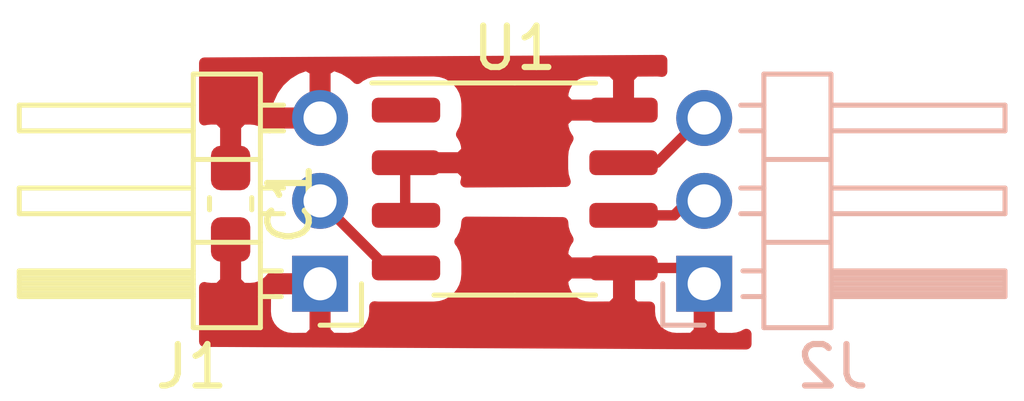
<source format=kicad_pcb>
(kicad_pcb (version 20171130) (host pcbnew "(5.1.8)-1")

  (general
    (thickness 1.6)
    (drawings 0)
    (tracks 16)
    (zones 0)
    (modules 4)
    (nets 7)
  )

  (page A4)
  (layers
    (0 F.Cu signal)
    (31 B.Cu signal)
    (32 B.Adhes user)
    (33 F.Adhes user)
    (34 B.Paste user)
    (35 F.Paste user)
    (36 B.SilkS user)
    (37 F.SilkS user)
    (38 B.Mask user)
    (39 F.Mask user)
    (40 Dwgs.User user)
    (41 Cmts.User user)
    (42 Eco1.User user)
    (43 Eco2.User user)
    (44 Edge.Cuts user)
    (45 Margin user)
    (46 B.CrtYd user)
    (47 F.CrtYd user)
    (48 B.Fab user)
    (49 F.Fab user)
  )

  (setup
    (last_trace_width 0.25)
    (trace_clearance 0.2)
    (zone_clearance 0.508)
    (zone_45_only no)
    (trace_min 0.2)
    (via_size 0.8)
    (via_drill 0.4)
    (via_min_size 0.4)
    (via_min_drill 0.3)
    (uvia_size 0.3)
    (uvia_drill 0.1)
    (uvias_allowed no)
    (uvia_min_size 0.2)
    (uvia_min_drill 0.1)
    (edge_width 0.05)
    (segment_width 0.2)
    (pcb_text_width 0.3)
    (pcb_text_size 1.5 1.5)
    (mod_edge_width 0.12)
    (mod_text_size 1 1)
    (mod_text_width 0.15)
    (pad_size 1.524 1.524)
    (pad_drill 0.762)
    (pad_to_mask_clearance 0)
    (aux_axis_origin 0 0)
    (visible_elements 7FFFFFFF)
    (pcbplotparams
      (layerselection 0x00000_7fffffff)
      (usegerberextensions false)
      (usegerberattributes true)
      (usegerberadvancedattributes true)
      (creategerberjobfile true)
      (excludeedgelayer true)
      (linewidth 0.100000)
      (plotframeref false)
      (viasonmask false)
      (mode 1)
      (useauxorigin false)
      (hpglpennumber 1)
      (hpglpenspeed 20)
      (hpglpendiameter 15.000000)
      (psnegative false)
      (psa4output false)
      (plotreference true)
      (plotvalue true)
      (plotinvisibletext false)
      (padsonsilk false)
      (subtractmaskfromsilk false)
      (outputformat 5)
      (mirror true)
      (drillshape 1)
      (scaleselection 1)
      (outputdirectory ""))
  )

  (net 0 "")
  (net 1 VCC)
  (net 2 GND)
  (net 3 "Net-(J1-Pad2)")
  (net 4 "Net-(J2-Pad3)")
  (net 5 "Net-(J2-Pad2)")
  (net 6 "Net-(U1-Pad1)")

  (net_class Default "This is the default net class."
    (clearance 0.2)
    (trace_width 0.25)
    (via_dia 0.8)
    (via_drill 0.4)
    (uvia_dia 0.3)
    (uvia_drill 0.1)
    (add_net GND)
    (add_net "Net-(J1-Pad2)")
    (add_net "Net-(J2-Pad2)")
    (add_net "Net-(J2-Pad3)")
    (add_net "Net-(U1-Pad1)")
    (add_net VCC)
  )

  (module Capacitor_SMD:C_0603_1608Metric_Pad1.08x0.95mm_HandSolder (layer F.Cu) (tedit 5F68FEEF) (tstamp 62B5F8C1)
    (at 99.187 44.8045 270)
    (descr "Capacitor SMD 0603 (1608 Metric), square (rectangular) end terminal, IPC_7351 nominal with elongated pad for handsoldering. (Body size source: IPC-SM-782 page 76, https://www.pcb-3d.com/wordpress/wp-content/uploads/ipc-sm-782a_amendment_1_and_2.pdf), generated with kicad-footprint-generator")
    (tags "capacitor handsolder")
    (path /62B606E7)
    (attr smd)
    (fp_text reference C1 (at 0 -1.43 90) (layer F.SilkS)
      (effects (font (size 1 1) (thickness 0.15)))
    )
    (fp_text value C (at 0 1.43 90) (layer F.Fab)
      (effects (font (size 1 1) (thickness 0.15)))
    )
    (fp_line (start -0.8 0.4) (end -0.8 -0.4) (layer F.Fab) (width 0.1))
    (fp_line (start -0.8 -0.4) (end 0.8 -0.4) (layer F.Fab) (width 0.1))
    (fp_line (start 0.8 -0.4) (end 0.8 0.4) (layer F.Fab) (width 0.1))
    (fp_line (start 0.8 0.4) (end -0.8 0.4) (layer F.Fab) (width 0.1))
    (fp_line (start -0.146267 -0.51) (end 0.146267 -0.51) (layer F.SilkS) (width 0.12))
    (fp_line (start -0.146267 0.51) (end 0.146267 0.51) (layer F.SilkS) (width 0.12))
    (fp_line (start -1.65 0.73) (end -1.65 -0.73) (layer F.CrtYd) (width 0.05))
    (fp_line (start -1.65 -0.73) (end 1.65 -0.73) (layer F.CrtYd) (width 0.05))
    (fp_line (start 1.65 -0.73) (end 1.65 0.73) (layer F.CrtYd) (width 0.05))
    (fp_line (start 1.65 0.73) (end -1.65 0.73) (layer F.CrtYd) (width 0.05))
    (fp_text user %R (at 0 0 90) (layer F.Fab)
      (effects (font (size 0.4 0.4) (thickness 0.06)))
    )
    (pad 1 smd roundrect (at -0.8625 0 270) (size 1.075 0.95) (layers F.Cu F.Paste F.Mask) (roundrect_rratio 0.25)
      (net 1 VCC))
    (pad 2 smd roundrect (at 0.8625 0 270) (size 1.075 0.95) (layers F.Cu F.Paste F.Mask) (roundrect_rratio 0.25)
      (net 2 GND))
    (model ${KISYS3DMOD}/Capacitor_SMD.3dshapes/C_0603_1608Metric.wrl
      (at (xyz 0 0 0))
      (scale (xyz 1 1 1))
      (rotate (xyz 0 0 0))
    )
  )

  (module Connector_PinHeader_2.00mm:PinHeader_1x03_P2.00mm_Horizontal (layer F.Cu) (tedit 59FED667) (tstamp 62B60877)
    (at 101.346 46.736 180)
    (descr "Through hole angled pin header, 1x03, 2.00mm pitch, 4.2mm pin length, single row")
    (tags "Through hole angled pin header THT 1x03 2.00mm single row")
    (path /62B5D0B6)
    (fp_text reference J1 (at 3.1 -2) (layer F.SilkS)
      (effects (font (size 1 1) (thickness 0.15)))
    )
    (fp_text value Serial_IN (at 3.1 6) (layer F.Fab)
      (effects (font (size 1 1) (thickness 0.15)))
    )
    (fp_line (start 1.875 -1) (end 3 -1) (layer F.Fab) (width 0.1))
    (fp_line (start 3 -1) (end 3 5) (layer F.Fab) (width 0.1))
    (fp_line (start 3 5) (end 1.5 5) (layer F.Fab) (width 0.1))
    (fp_line (start 1.5 5) (end 1.5 -0.625) (layer F.Fab) (width 0.1))
    (fp_line (start 1.5 -0.625) (end 1.875 -1) (layer F.Fab) (width 0.1))
    (fp_line (start -0.25 -0.25) (end 1.5 -0.25) (layer F.Fab) (width 0.1))
    (fp_line (start -0.25 -0.25) (end -0.25 0.25) (layer F.Fab) (width 0.1))
    (fp_line (start -0.25 0.25) (end 1.5 0.25) (layer F.Fab) (width 0.1))
    (fp_line (start 3 -0.25) (end 7.2 -0.25) (layer F.Fab) (width 0.1))
    (fp_line (start 7.2 -0.25) (end 7.2 0.25) (layer F.Fab) (width 0.1))
    (fp_line (start 3 0.25) (end 7.2 0.25) (layer F.Fab) (width 0.1))
    (fp_line (start -0.25 1.75) (end 1.5 1.75) (layer F.Fab) (width 0.1))
    (fp_line (start -0.25 1.75) (end -0.25 2.25) (layer F.Fab) (width 0.1))
    (fp_line (start -0.25 2.25) (end 1.5 2.25) (layer F.Fab) (width 0.1))
    (fp_line (start 3 1.75) (end 7.2 1.75) (layer F.Fab) (width 0.1))
    (fp_line (start 7.2 1.75) (end 7.2 2.25) (layer F.Fab) (width 0.1))
    (fp_line (start 3 2.25) (end 7.2 2.25) (layer F.Fab) (width 0.1))
    (fp_line (start -0.25 3.75) (end 1.5 3.75) (layer F.Fab) (width 0.1))
    (fp_line (start -0.25 3.75) (end -0.25 4.25) (layer F.Fab) (width 0.1))
    (fp_line (start -0.25 4.25) (end 1.5 4.25) (layer F.Fab) (width 0.1))
    (fp_line (start 3 3.75) (end 7.2 3.75) (layer F.Fab) (width 0.1))
    (fp_line (start 7.2 3.75) (end 7.2 4.25) (layer F.Fab) (width 0.1))
    (fp_line (start 3 4.25) (end 7.2 4.25) (layer F.Fab) (width 0.1))
    (fp_line (start 1.44 -1.06) (end 1.44 5.06) (layer F.SilkS) (width 0.12))
    (fp_line (start 1.44 5.06) (end 3.06 5.06) (layer F.SilkS) (width 0.12))
    (fp_line (start 3.06 5.06) (end 3.06 -1.06) (layer F.SilkS) (width 0.12))
    (fp_line (start 3.06 -1.06) (end 1.44 -1.06) (layer F.SilkS) (width 0.12))
    (fp_line (start 3.06 -0.31) (end 7.26 -0.31) (layer F.SilkS) (width 0.12))
    (fp_line (start 7.26 -0.31) (end 7.26 0.31) (layer F.SilkS) (width 0.12))
    (fp_line (start 7.26 0.31) (end 3.06 0.31) (layer F.SilkS) (width 0.12))
    (fp_line (start 3.06 -0.25) (end 7.26 -0.25) (layer F.SilkS) (width 0.12))
    (fp_line (start 3.06 -0.13) (end 7.26 -0.13) (layer F.SilkS) (width 0.12))
    (fp_line (start 3.06 -0.01) (end 7.26 -0.01) (layer F.SilkS) (width 0.12))
    (fp_line (start 3.06 0.11) (end 7.26 0.11) (layer F.SilkS) (width 0.12))
    (fp_line (start 3.06 0.23) (end 7.26 0.23) (layer F.SilkS) (width 0.12))
    (fp_line (start 0.935 -0.31) (end 1.44 -0.31) (layer F.SilkS) (width 0.12))
    (fp_line (start 0.935 0.31) (end 1.44 0.31) (layer F.SilkS) (width 0.12))
    (fp_line (start 1.44 1) (end 3.06 1) (layer F.SilkS) (width 0.12))
    (fp_line (start 3.06 1.69) (end 7.26 1.69) (layer F.SilkS) (width 0.12))
    (fp_line (start 7.26 1.69) (end 7.26 2.31) (layer F.SilkS) (width 0.12))
    (fp_line (start 7.26 2.31) (end 3.06 2.31) (layer F.SilkS) (width 0.12))
    (fp_line (start 0.882114 1.69) (end 1.44 1.69) (layer F.SilkS) (width 0.12))
    (fp_line (start 0.882114 2.31) (end 1.44 2.31) (layer F.SilkS) (width 0.12))
    (fp_line (start 1.44 3) (end 3.06 3) (layer F.SilkS) (width 0.12))
    (fp_line (start 3.06 3.69) (end 7.26 3.69) (layer F.SilkS) (width 0.12))
    (fp_line (start 7.26 3.69) (end 7.26 4.31) (layer F.SilkS) (width 0.12))
    (fp_line (start 7.26 4.31) (end 3.06 4.31) (layer F.SilkS) (width 0.12))
    (fp_line (start 0.882114 3.69) (end 1.44 3.69) (layer F.SilkS) (width 0.12))
    (fp_line (start 0.882114 4.31) (end 1.44 4.31) (layer F.SilkS) (width 0.12))
    (fp_line (start -1 0) (end -1 -1) (layer F.SilkS) (width 0.12))
    (fp_line (start -1 -1) (end 0 -1) (layer F.SilkS) (width 0.12))
    (fp_line (start -1.5 -1.5) (end -1.5 5.5) (layer F.CrtYd) (width 0.05))
    (fp_line (start -1.5 5.5) (end 7.7 5.5) (layer F.CrtYd) (width 0.05))
    (fp_line (start 7.7 5.5) (end 7.7 -1.5) (layer F.CrtYd) (width 0.05))
    (fp_line (start 7.7 -1.5) (end -1.5 -1.5) (layer F.CrtYd) (width 0.05))
    (fp_text user %R (at 2.25 2 90) (layer F.Fab)
      (effects (font (size 0.9 0.9) (thickness 0.135)))
    )
    (pad 1 thru_hole rect (at 0 0 180) (size 1.35 1.35) (drill 0.8) (layers *.Cu *.Mask)
      (net 2 GND))
    (pad 2 thru_hole oval (at 0 2 180) (size 1.35 1.35) (drill 0.8) (layers *.Cu *.Mask)
      (net 3 "Net-(J1-Pad2)"))
    (pad 3 thru_hole oval (at 0 4 180) (size 1.35 1.35) (drill 0.8) (layers *.Cu *.Mask)
      (net 1 VCC))
    (model ${KISYS3DMOD}/Connector_PinHeader_2.00mm.3dshapes/PinHeader_1x03_P2.00mm_Horizontal.wrl
      (at (xyz 0 0 0))
      (scale (xyz 1 1 1))
      (rotate (xyz 0 0 0))
    )
  )

  (module Connector_PinHeader_2.00mm:PinHeader_1x03_P2.00mm_Horizontal (layer B.Cu) (tedit 59FED667) (tstamp 62B6757A)
    (at 110.617 46.736)
    (descr "Through hole angled pin header, 1x03, 2.00mm pitch, 4.2mm pin length, single row")
    (tags "Through hole angled pin header THT 1x03 2.00mm single row")
    (path /62B5D9A5)
    (fp_text reference J2 (at 3.1 2) (layer B.SilkS)
      (effects (font (size 1 1) (thickness 0.15)) (justify mirror))
    )
    (fp_text value DMX_OUT (at 3.1 -6) (layer B.Fab)
      (effects (font (size 1 1) (thickness 0.15)) (justify mirror))
    )
    (fp_line (start 7.7 1.5) (end -1.5 1.5) (layer B.CrtYd) (width 0.05))
    (fp_line (start 7.7 -5.5) (end 7.7 1.5) (layer B.CrtYd) (width 0.05))
    (fp_line (start -1.5 -5.5) (end 7.7 -5.5) (layer B.CrtYd) (width 0.05))
    (fp_line (start -1.5 1.5) (end -1.5 -5.5) (layer B.CrtYd) (width 0.05))
    (fp_line (start -1 1) (end 0 1) (layer B.SilkS) (width 0.12))
    (fp_line (start -1 0) (end -1 1) (layer B.SilkS) (width 0.12))
    (fp_line (start 0.882114 -4.31) (end 1.44 -4.31) (layer B.SilkS) (width 0.12))
    (fp_line (start 0.882114 -3.69) (end 1.44 -3.69) (layer B.SilkS) (width 0.12))
    (fp_line (start 7.26 -4.31) (end 3.06 -4.31) (layer B.SilkS) (width 0.12))
    (fp_line (start 7.26 -3.69) (end 7.26 -4.31) (layer B.SilkS) (width 0.12))
    (fp_line (start 3.06 -3.69) (end 7.26 -3.69) (layer B.SilkS) (width 0.12))
    (fp_line (start 1.44 -3) (end 3.06 -3) (layer B.SilkS) (width 0.12))
    (fp_line (start 0.882114 -2.31) (end 1.44 -2.31) (layer B.SilkS) (width 0.12))
    (fp_line (start 0.882114 -1.69) (end 1.44 -1.69) (layer B.SilkS) (width 0.12))
    (fp_line (start 7.26 -2.31) (end 3.06 -2.31) (layer B.SilkS) (width 0.12))
    (fp_line (start 7.26 -1.69) (end 7.26 -2.31) (layer B.SilkS) (width 0.12))
    (fp_line (start 3.06 -1.69) (end 7.26 -1.69) (layer B.SilkS) (width 0.12))
    (fp_line (start 1.44 -1) (end 3.06 -1) (layer B.SilkS) (width 0.12))
    (fp_line (start 0.935 -0.31) (end 1.44 -0.31) (layer B.SilkS) (width 0.12))
    (fp_line (start 0.935 0.31) (end 1.44 0.31) (layer B.SilkS) (width 0.12))
    (fp_line (start 3.06 -0.23) (end 7.26 -0.23) (layer B.SilkS) (width 0.12))
    (fp_line (start 3.06 -0.11) (end 7.26 -0.11) (layer B.SilkS) (width 0.12))
    (fp_line (start 3.06 0.01) (end 7.26 0.01) (layer B.SilkS) (width 0.12))
    (fp_line (start 3.06 0.13) (end 7.26 0.13) (layer B.SilkS) (width 0.12))
    (fp_line (start 3.06 0.25) (end 7.26 0.25) (layer B.SilkS) (width 0.12))
    (fp_line (start 7.26 -0.31) (end 3.06 -0.31) (layer B.SilkS) (width 0.12))
    (fp_line (start 7.26 0.31) (end 7.26 -0.31) (layer B.SilkS) (width 0.12))
    (fp_line (start 3.06 0.31) (end 7.26 0.31) (layer B.SilkS) (width 0.12))
    (fp_line (start 3.06 1.06) (end 1.44 1.06) (layer B.SilkS) (width 0.12))
    (fp_line (start 3.06 -5.06) (end 3.06 1.06) (layer B.SilkS) (width 0.12))
    (fp_line (start 1.44 -5.06) (end 3.06 -5.06) (layer B.SilkS) (width 0.12))
    (fp_line (start 1.44 1.06) (end 1.44 -5.06) (layer B.SilkS) (width 0.12))
    (fp_line (start 3 -4.25) (end 7.2 -4.25) (layer B.Fab) (width 0.1))
    (fp_line (start 7.2 -3.75) (end 7.2 -4.25) (layer B.Fab) (width 0.1))
    (fp_line (start 3 -3.75) (end 7.2 -3.75) (layer B.Fab) (width 0.1))
    (fp_line (start -0.25 -4.25) (end 1.5 -4.25) (layer B.Fab) (width 0.1))
    (fp_line (start -0.25 -3.75) (end -0.25 -4.25) (layer B.Fab) (width 0.1))
    (fp_line (start -0.25 -3.75) (end 1.5 -3.75) (layer B.Fab) (width 0.1))
    (fp_line (start 3 -2.25) (end 7.2 -2.25) (layer B.Fab) (width 0.1))
    (fp_line (start 7.2 -1.75) (end 7.2 -2.25) (layer B.Fab) (width 0.1))
    (fp_line (start 3 -1.75) (end 7.2 -1.75) (layer B.Fab) (width 0.1))
    (fp_line (start -0.25 -2.25) (end 1.5 -2.25) (layer B.Fab) (width 0.1))
    (fp_line (start -0.25 -1.75) (end -0.25 -2.25) (layer B.Fab) (width 0.1))
    (fp_line (start -0.25 -1.75) (end 1.5 -1.75) (layer B.Fab) (width 0.1))
    (fp_line (start 3 -0.25) (end 7.2 -0.25) (layer B.Fab) (width 0.1))
    (fp_line (start 7.2 0.25) (end 7.2 -0.25) (layer B.Fab) (width 0.1))
    (fp_line (start 3 0.25) (end 7.2 0.25) (layer B.Fab) (width 0.1))
    (fp_line (start -0.25 -0.25) (end 1.5 -0.25) (layer B.Fab) (width 0.1))
    (fp_line (start -0.25 0.25) (end -0.25 -0.25) (layer B.Fab) (width 0.1))
    (fp_line (start -0.25 0.25) (end 1.5 0.25) (layer B.Fab) (width 0.1))
    (fp_line (start 1.5 0.625) (end 1.875 1) (layer B.Fab) (width 0.1))
    (fp_line (start 1.5 -5) (end 1.5 0.625) (layer B.Fab) (width 0.1))
    (fp_line (start 3 -5) (end 1.5 -5) (layer B.Fab) (width 0.1))
    (fp_line (start 3 1) (end 3 -5) (layer B.Fab) (width 0.1))
    (fp_line (start 1.875 1) (end 3 1) (layer B.Fab) (width 0.1))
    (fp_text user %R (at 2.25 -2 -90) (layer B.Fab)
      (effects (font (size 0.9 0.9) (thickness 0.135)) (justify mirror))
    )
    (pad 3 thru_hole oval (at 0 -4) (size 1.35 1.35) (drill 0.8) (layers *.Cu *.Mask)
      (net 4 "Net-(J2-Pad3)"))
    (pad 2 thru_hole oval (at 0 -2) (size 1.35 1.35) (drill 0.8) (layers *.Cu *.Mask)
      (net 5 "Net-(J2-Pad2)"))
    (pad 1 thru_hole rect (at 0 0) (size 1.35 1.35) (drill 0.8) (layers *.Cu *.Mask)
      (net 2 GND))
    (model ${KISYS3DMOD}/Connector_PinHeader_2.00mm.3dshapes/PinHeader_1x03_P2.00mm_Horizontal.wrl
      (at (xyz 0 0 0))
      (scale (xyz 1 1 1))
      (rotate (xyz 0 0 0))
    )
  )

  (module Package_SO:SOP-8_3.9x4.9mm_P1.27mm (layer F.Cu) (tedit 5D9F72B1) (tstamp 62B67178)
    (at 106.045 44.45)
    (descr "SOP, 8 Pin (http://www.macronix.com/Lists/Datasheet/Attachments/7534/MX25R3235F,%20Wide%20Range,%2032Mb,%20v1.6.pdf#page=79), generated with kicad-footprint-generator ipc_gullwing_generator.py")
    (tags "SOP SO")
    (path /62B5A8FB)
    (attr smd)
    (fp_text reference U1 (at 0 -3.4) (layer F.SilkS)
      (effects (font (size 1 1) (thickness 0.15)))
    )
    (fp_text value MAX3485 (at 0 3.4) (layer F.Fab)
      (effects (font (size 1 1) (thickness 0.15)))
    )
    (fp_line (start 0 2.56) (end 1.95 2.56) (layer F.SilkS) (width 0.12))
    (fp_line (start 0 2.56) (end -1.95 2.56) (layer F.SilkS) (width 0.12))
    (fp_line (start 0 -2.56) (end 1.95 -2.56) (layer F.SilkS) (width 0.12))
    (fp_line (start 0 -2.56) (end -3.45 -2.56) (layer F.SilkS) (width 0.12))
    (fp_line (start -0.975 -2.45) (end 1.95 -2.45) (layer F.Fab) (width 0.1))
    (fp_line (start 1.95 -2.45) (end 1.95 2.45) (layer F.Fab) (width 0.1))
    (fp_line (start 1.95 2.45) (end -1.95 2.45) (layer F.Fab) (width 0.1))
    (fp_line (start -1.95 2.45) (end -1.95 -1.475) (layer F.Fab) (width 0.1))
    (fp_line (start -1.95 -1.475) (end -0.975 -2.45) (layer F.Fab) (width 0.1))
    (fp_line (start -3.7 -2.7) (end -3.7 2.7) (layer F.CrtYd) (width 0.05))
    (fp_line (start -3.7 2.7) (end 3.7 2.7) (layer F.CrtYd) (width 0.05))
    (fp_line (start 3.7 2.7) (end 3.7 -2.7) (layer F.CrtYd) (width 0.05))
    (fp_line (start 3.7 -2.7) (end -3.7 -2.7) (layer F.CrtYd) (width 0.05))
    (fp_text user %R (at 0 0) (layer F.Fab)
      (effects (font (size 0.98 0.98) (thickness 0.15)))
    )
    (pad 1 smd roundrect (at -2.625 -1.905) (size 1.65 0.6) (layers F.Cu F.Paste F.Mask) (roundrect_rratio 0.25)
      (net 6 "Net-(U1-Pad1)"))
    (pad 2 smd roundrect (at -2.625 -0.635) (size 1.65 0.6) (layers F.Cu F.Paste F.Mask) (roundrect_rratio 0.25)
      (net 1 VCC))
    (pad 3 smd roundrect (at -2.625 0.635) (size 1.65 0.6) (layers F.Cu F.Paste F.Mask) (roundrect_rratio 0.25)
      (net 1 VCC))
    (pad 4 smd roundrect (at -2.625 1.905) (size 1.65 0.6) (layers F.Cu F.Paste F.Mask) (roundrect_rratio 0.25)
      (net 3 "Net-(J1-Pad2)"))
    (pad 5 smd roundrect (at 2.625 1.905) (size 1.65 0.6) (layers F.Cu F.Paste F.Mask) (roundrect_rratio 0.25)
      (net 2 GND))
    (pad 6 smd roundrect (at 2.625 0.635) (size 1.65 0.6) (layers F.Cu F.Paste F.Mask) (roundrect_rratio 0.25)
      (net 5 "Net-(J2-Pad2)"))
    (pad 7 smd roundrect (at 2.625 -0.635) (size 1.65 0.6) (layers F.Cu F.Paste F.Mask) (roundrect_rratio 0.25)
      (net 4 "Net-(J2-Pad3)"))
    (pad 8 smd roundrect (at 2.625 -1.905) (size 1.65 0.6) (layers F.Cu F.Paste F.Mask) (roundrect_rratio 0.25)
      (net 1 VCC))
    (model ${KISYS3DMOD}/Package_SO.3dshapes/SOP-8_3.9x4.9mm_P1.27mm.wrl
      (at (xyz 0 0 0))
      (scale (xyz 1 1 1))
      (rotate (xyz 0 0 0))
    )
  )

  (segment (start 108.6315 42.3545) (end 108.822 42.545) (width 0.25) (layer F.Cu) (net 1) (tstamp 62B672E0))
  (segment (start 103.4 45.085) (end 103.4 43.815) (width 0.25) (layer F.Cu) (net 1))
  (segment (start 108.822 46.355) (end 110.617 46.355) (width 0.25) (layer F.Cu) (net 2) (tstamp 62B67223))
  (segment (start 108.822 47.388) (end 108.822 46.355) (width 0.25) (layer F.Cu) (net 2) (tstamp 62B67211))
  (segment (start 108.077 48.133) (end 108.822 47.388) (width 0.25) (layer F.Cu) (net 2) (tstamp 62B6720E))
  (segment (start 101.346 46.736) (end 101.346 48.006) (width 0.25) (layer F.Cu) (net 2))
  (segment (start 101.346 48.006) (end 101.473 48.133) (width 0.25) (layer F.Cu) (net 2))
  (segment (start 101.473 48.133) (end 109.855 48.133) (width 0.25) (layer F.Cu) (net 2))
  (segment (start 99.949 48.133) (end 101.473 48.133) (width 0.25) (layer F.Cu) (net 2))
  (segment (start 102.965 46.355) (end 103.4 46.355) (width 0.25) (layer F.Cu) (net 3))
  (segment (start 101.346 44.736) (end 102.965 46.355) (width 0.25) (layer F.Cu) (net 3))
  (segment (start 110.617 42.672) (end 110.617 42.355) (width 0.25) (layer F.Cu) (net 4) (tstamp 62B6721A))
  (segment (start 109.474 43.815) (end 110.617 42.672) (width 0.25) (layer F.Cu) (net 4) (tstamp 62B67217))
  (segment (start 108.822 43.815) (end 109.474 43.815) (width 0.25) (layer F.Cu) (net 4) (tstamp 62B67214))
  (segment (start 109.887 45.085) (end 108.822 45.085) (width 0.25) (layer F.Cu) (net 5) (tstamp 62B6721D))
  (segment (start 110.617 44.355) (end 109.887 45.085) (width 0.25) (layer F.Cu) (net 5) (tstamp 62B67220))

  (zone (net 1) (net_name VCC) (layer F.Cu) (tstamp 62B66F4A) (hatch edge 0.508)
    (connect_pads (clearance 0.508))
    (min_thickness 0.254)
    (fill yes (arc_segments 32) (thermal_gap 0.508) (thermal_bridge_width 0.508))
    (polygon
      (pts
        (xy 109.728 44.3865) (xy 98.425 44.45) (xy 98.425 41.275) (xy 109.728 41.2115)
      )
    )
    (filled_polygon
      (pts
        (xy 109.601 41.617368) (xy 109.495 41.606928) (xy 108.95575 41.61) (xy 108.797 41.76875) (xy 108.797 42.418)
        (xy 108.817 42.418) (xy 108.817 42.672) (xy 108.797 42.672) (xy 108.797 42.692) (xy 108.543 42.692)
        (xy 108.543 42.672) (xy 107.36875 42.672) (xy 107.21 42.83075) (xy 107.206928 42.845) (xy 107.219188 42.969482)
        (xy 107.255498 43.08918) (xy 107.314463 43.199494) (xy 107.33873 43.229064) (xy 107.266916 43.363418) (xy 107.222071 43.511255)
        (xy 107.206928 43.665) (xy 107.206928 43.965) (xy 107.222071 44.118745) (xy 107.266916 44.266582) (xy 107.270509 44.273304)
        (xy 104.856438 44.286866) (xy 104.870812 44.239482) (xy 104.883072 44.115) (xy 104.88 44.10075) (xy 104.72125 43.942)
        (xy 103.547 43.942) (xy 103.547 43.962) (xy 103.293 43.962) (xy 103.293 43.942) (xy 103.273 43.942)
        (xy 103.273 43.688) (xy 103.293 43.688) (xy 103.293 43.668) (xy 103.547 43.668) (xy 103.547 43.688)
        (xy 104.72125 43.688) (xy 104.88 43.52925) (xy 104.883072 43.515) (xy 104.870812 43.390518) (xy 104.834502 43.27082)
        (xy 104.775537 43.160506) (xy 104.75127 43.130936) (xy 104.823084 42.996582) (xy 104.867929 42.848745) (xy 104.883072 42.695)
        (xy 104.883072 42.395) (xy 104.868298 42.245) (xy 107.206928 42.245) (xy 107.21 42.25925) (xy 107.36875 42.418)
        (xy 108.543 42.418) (xy 108.543 41.76875) (xy 108.38425 41.61) (xy 107.845 41.606928) (xy 107.720518 41.619188)
        (xy 107.60082 41.655498) (xy 107.490506 41.714463) (xy 107.393815 41.793815) (xy 107.314463 41.890506) (xy 107.255498 42.00082)
        (xy 107.219188 42.120518) (xy 107.206928 42.245) (xy 104.868298 42.245) (xy 104.867929 42.241255) (xy 104.823084 42.093418)
        (xy 104.750258 41.957171) (xy 104.652251 41.837749) (xy 104.532829 41.739742) (xy 104.396582 41.666916) (xy 104.248745 41.622071)
        (xy 104.095 41.606928) (xy 102.745 41.606928) (xy 102.591255 41.622071) (xy 102.443418 41.666916) (xy 102.307171 41.739742)
        (xy 102.244507 41.791169) (xy 102.135537 41.690656) (xy 101.91643 41.556711) (xy 101.675401 41.468085) (xy 101.473 41.590915)
        (xy 101.473 42.609) (xy 101.493 42.609) (xy 101.493 42.863) (xy 101.473 42.863) (xy 101.473 42.883)
        (xy 101.219 42.883) (xy 101.219 42.863) (xy 100.201776 42.863) (xy 100.132329 42.976643) (xy 100.113185 42.953315)
        (xy 100.016494 42.873963) (xy 99.90618 42.814998) (xy 99.786482 42.778688) (xy 99.662 42.766428) (xy 99.47275 42.7695)
        (xy 99.314 42.92825) (xy 99.314 43.815) (xy 99.334 43.815) (xy 99.334 44.069) (xy 99.314 44.069)
        (xy 99.314 44.089) (xy 99.06 44.089) (xy 99.06 44.069) (xy 99.04 44.069) (xy 99.04 43.815)
        (xy 99.06 43.815) (xy 99.06 42.92825) (xy 98.90125 42.7695) (xy 98.712 42.766428) (xy 98.587518 42.778688)
        (xy 98.552 42.789462) (xy 98.552 42.4066) (xy 100.07809 42.4066) (xy 100.201776 42.609) (xy 101.219 42.609)
        (xy 101.219 41.590915) (xy 101.016599 41.468085) (xy 100.77557 41.556711) (xy 100.556463 41.690656) (xy 100.367697 41.864773)
        (xy 100.216527 42.072371) (xy 100.108762 42.305472) (xy 100.07809 42.4066) (xy 98.552 42.4066) (xy 98.552 41.401289)
        (xy 109.601 41.339215)
      )
    )
  )
  (zone (net 2) (net_name GND) (layer F.Cu) (tstamp 62B66F47) (hatch edge 0.508)
    (connect_pads (clearance 0.508))
    (min_thickness 0.254)
    (fill yes (arc_segments 32) (thermal_gap 0.508) (thermal_bridge_width 0.508))
    (polygon
      (pts
        (xy 111.76 48.3235) (xy 98.425 48.26) (xy 98.425 45.085) (xy 111.76 45.1485)
      )
    )
    (filled_polygon
      (pts
        (xy 107.208783 45.253829) (xy 107.222071 45.388745) (xy 107.266916 45.536582) (xy 107.33873 45.670936) (xy 107.314463 45.700506)
        (xy 107.255498 45.81082) (xy 107.219188 45.930518) (xy 107.206928 46.055) (xy 107.21 46.06925) (xy 107.36875 46.228)
        (xy 108.543 46.228) (xy 108.543 46.208) (xy 108.797 46.208) (xy 108.797 46.228) (xy 108.817 46.228)
        (xy 108.817 46.482) (xy 108.797 46.482) (xy 108.797 47.13125) (xy 108.95575 47.29) (xy 109.304867 47.291989)
        (xy 109.303928 47.411) (xy 109.316188 47.535482) (xy 109.352498 47.65518) (xy 109.411463 47.765494) (xy 109.490815 47.862185)
        (xy 109.587506 47.941537) (xy 109.69782 48.000502) (xy 109.817518 48.036812) (xy 109.942 48.049072) (xy 110.33125 48.046)
        (xy 110.49 47.88725) (xy 110.49 46.863) (xy 110.47 46.863) (xy 110.47 46.609) (xy 110.49 46.609)
        (xy 110.49 46.589) (xy 110.744 46.589) (xy 110.744 46.609) (xy 110.764 46.609) (xy 110.764 46.863)
        (xy 110.744 46.863) (xy 110.744 47.88725) (xy 110.90275 48.046) (xy 111.292 48.049072) (xy 111.416482 48.036812)
        (xy 111.53618 48.000502) (xy 111.633 47.94875) (xy 111.633 48.195893) (xy 98.552 48.133603) (xy 98.552 47.411)
        (xy 100.032928 47.411) (xy 100.045188 47.535482) (xy 100.081498 47.65518) (xy 100.140463 47.765494) (xy 100.219815 47.862185)
        (xy 100.316506 47.941537) (xy 100.42682 48.000502) (xy 100.546518 48.036812) (xy 100.671 48.049072) (xy 101.06025 48.046)
        (xy 101.219 47.88725) (xy 101.219 46.863) (xy 100.19475 46.863) (xy 100.036 47.02175) (xy 100.032928 47.411)
        (xy 98.552 47.411) (xy 98.552 46.819538) (xy 98.587518 46.830312) (xy 98.712 46.842572) (xy 98.90125 46.8395)
        (xy 99.06 46.68075) (xy 99.06 45.794) (xy 99.04 45.794) (xy 99.04 45.54) (xy 99.06 45.54)
        (xy 99.06 45.52) (xy 99.314 45.52) (xy 99.314 45.54) (xy 99.334 45.54) (xy 99.334 45.794)
        (xy 99.314 45.794) (xy 99.314 46.68075) (xy 99.47275 46.8395) (xy 99.662 46.842572) (xy 99.786482 46.830312)
        (xy 99.90618 46.794002) (xy 100.016494 46.735037) (xy 100.113185 46.655685) (xy 100.170994 46.585244) (xy 100.19475 46.609)
        (xy 101.219 46.609) (xy 101.219 46.589) (xy 101.473 46.589) (xy 101.473 46.609) (xy 101.493 46.609)
        (xy 101.493 46.863) (xy 101.473 46.863) (xy 101.473 47.88725) (xy 101.63175 48.046) (xy 102.021 48.049072)
        (xy 102.145482 48.036812) (xy 102.26518 48.000502) (xy 102.375494 47.941537) (xy 102.472185 47.862185) (xy 102.551537 47.765494)
        (xy 102.610502 47.65518) (xy 102.646812 47.535482) (xy 102.659072 47.411) (xy 102.658074 47.28451) (xy 102.745 47.293072)
        (xy 104.095 47.293072) (xy 104.248745 47.277929) (xy 104.396582 47.233084) (xy 104.532829 47.160258) (xy 104.652251 47.062251)
        (xy 104.750258 46.942829) (xy 104.823084 46.806582) (xy 104.867929 46.658745) (xy 104.868297 46.655) (xy 107.206928 46.655)
        (xy 107.219188 46.779482) (xy 107.255498 46.89918) (xy 107.314463 47.009494) (xy 107.393815 47.106185) (xy 107.490506 47.185537)
        (xy 107.60082 47.244502) (xy 107.720518 47.280812) (xy 107.845 47.293072) (xy 108.38425 47.29) (xy 108.543 47.13125)
        (xy 108.543 46.482) (xy 107.36875 46.482) (xy 107.21 46.64075) (xy 107.206928 46.655) (xy 104.868297 46.655)
        (xy 104.883072 46.505) (xy 104.883072 46.205) (xy 104.867929 46.051255) (xy 104.823084 45.903418) (xy 104.750258 45.767171)
        (xy 104.711546 45.72) (xy 104.750258 45.672829) (xy 104.823084 45.536582) (xy 104.867929 45.388745) (xy 104.882309 45.242751)
      )
    )
  )
  (zone (net 0) (net_name "") (layer F.Cu) (tstamp 0) (hatch edge 0.508)
    (connect_pads (clearance 0.508))
    (min_thickness 0.254)
    (keepout (tracks allowed) (vias allowed) (copperpour not_allowed))
    (fill (arc_segments 32) (thermal_gap 0.508) (thermal_bridge_width 0.508))
    (polygon
      (pts
        (xy 101.473 43.307) (xy 101.473 44.958) (xy 99.568 44.958) (xy 99.568 43.18)
      )
    )
  )
)

</source>
